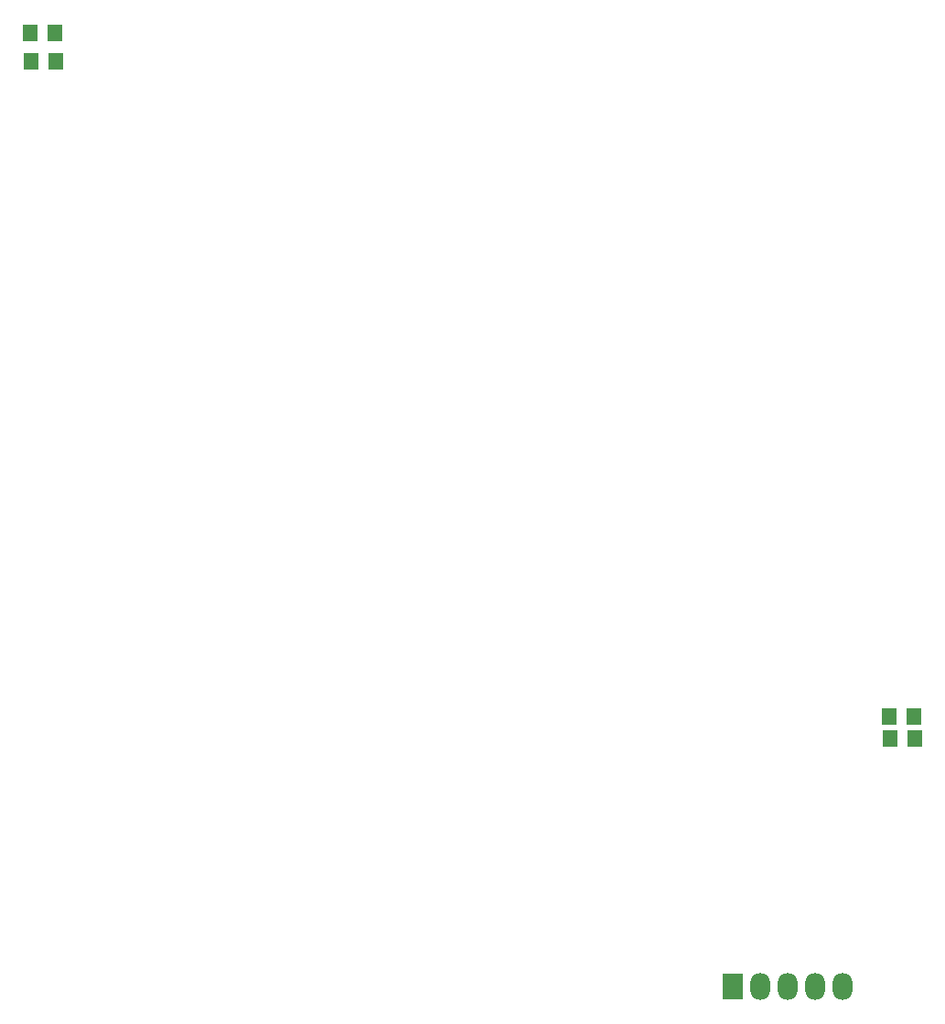
<source format=gbs>
G04 Layer_Color=16711935*
%FSTAX24Y24*%
%MOIN*%
G70*
G01*
G75*
%ADD29R,0.0580X0.0630*%
%ADD35O,0.0730X0.0980*%
%ADD36R,0.0730X0.0980*%
D29*
X03342Y05614D02*
D03*
X03432D02*
D03*
X03343Y05512D02*
D03*
X03433D02*
D03*
X06473Y03045D02*
D03*
X06563D02*
D03*
X06472Y03126D02*
D03*
X06562D02*
D03*
D35*
X06301Y02143D02*
D03*
X06001D02*
D03*
X06101D02*
D03*
X06201D02*
D03*
D36*
X05901D02*
D03*
M02*

</source>
